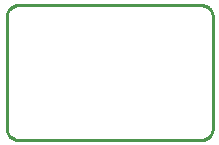
<source format=gko>
G04 EAGLE Gerber X2 export*
%TF.Part,Single*%
%TF.FileFunction,Other,Board Outline*%
%TF.FilePolarity,Positive*%
%TF.GenerationSoftware,Autodesk,EAGLE,9.6.2*%
%TF.CreationDate,2024-01-02T09:51:12Z*%
G75*
%MOMM*%
%FSLAX34Y34*%
%LPD*%
%INBoard Outline*%
%AMOC8*
5,1,8,0,0,1.08239X$1,22.5*%
G01*
%ADD10C,0.000000*%
%ADD11C,0.254000*%


D10*
X164500Y114200D02*
X10000Y114200D01*
X9758Y114197D01*
X9517Y114188D01*
X9276Y114174D01*
X9035Y114153D01*
X8795Y114127D01*
X8555Y114095D01*
X8316Y114057D01*
X8079Y114014D01*
X7842Y113964D01*
X7607Y113909D01*
X7373Y113849D01*
X7141Y113782D01*
X6910Y113711D01*
X6681Y113633D01*
X6454Y113550D01*
X6229Y113462D01*
X6006Y113368D01*
X5786Y113269D01*
X5568Y113164D01*
X5353Y113055D01*
X5140Y112940D01*
X4930Y112820D01*
X4724Y112695D01*
X4520Y112565D01*
X4319Y112430D01*
X4122Y112290D01*
X3928Y112146D01*
X3738Y111997D01*
X3552Y111843D01*
X3369Y111685D01*
X3190Y111523D01*
X3015Y111356D01*
X2844Y111185D01*
X2677Y111010D01*
X2515Y110831D01*
X2357Y110648D01*
X2203Y110462D01*
X2054Y110272D01*
X1910Y110078D01*
X1770Y109881D01*
X1635Y109680D01*
X1505Y109476D01*
X1380Y109270D01*
X1260Y109060D01*
X1145Y108847D01*
X1036Y108632D01*
X931Y108414D01*
X832Y108194D01*
X738Y107971D01*
X650Y107746D01*
X567Y107519D01*
X489Y107290D01*
X418Y107059D01*
X351Y106827D01*
X291Y106593D01*
X236Y106358D01*
X186Y106121D01*
X143Y105884D01*
X105Y105645D01*
X73Y105405D01*
X47Y105165D01*
X26Y104924D01*
X12Y104683D01*
X3Y104442D01*
X0Y104200D01*
X0Y10000D01*
X3Y9758D01*
X12Y9517D01*
X26Y9276D01*
X47Y9035D01*
X73Y8795D01*
X105Y8555D01*
X143Y8316D01*
X186Y8079D01*
X236Y7842D01*
X291Y7607D01*
X351Y7373D01*
X418Y7141D01*
X489Y6910D01*
X567Y6681D01*
X650Y6454D01*
X738Y6229D01*
X832Y6006D01*
X931Y5786D01*
X1036Y5568D01*
X1145Y5353D01*
X1260Y5140D01*
X1380Y4930D01*
X1505Y4724D01*
X1635Y4520D01*
X1770Y4319D01*
X1910Y4122D01*
X2054Y3928D01*
X2203Y3738D01*
X2357Y3552D01*
X2515Y3369D01*
X2677Y3190D01*
X2844Y3015D01*
X3015Y2844D01*
X3190Y2677D01*
X3369Y2515D01*
X3552Y2357D01*
X3738Y2203D01*
X3928Y2054D01*
X4122Y1910D01*
X4319Y1770D01*
X4520Y1635D01*
X4724Y1505D01*
X4930Y1380D01*
X5140Y1260D01*
X5353Y1145D01*
X5568Y1036D01*
X5786Y931D01*
X6006Y832D01*
X6229Y738D01*
X6454Y650D01*
X6681Y567D01*
X6910Y489D01*
X7141Y418D01*
X7373Y351D01*
X7607Y291D01*
X7842Y236D01*
X8079Y186D01*
X8316Y143D01*
X8555Y105D01*
X8795Y73D01*
X9035Y47D01*
X9276Y26D01*
X9517Y12D01*
X9758Y3D01*
X10000Y0D01*
X164500Y0D01*
X164742Y3D01*
X164983Y12D01*
X165224Y26D01*
X165465Y47D01*
X165705Y73D01*
X165945Y105D01*
X166184Y143D01*
X166421Y186D01*
X166658Y236D01*
X166893Y291D01*
X167127Y351D01*
X167359Y418D01*
X167590Y489D01*
X167819Y567D01*
X168046Y650D01*
X168271Y738D01*
X168494Y832D01*
X168714Y931D01*
X168932Y1036D01*
X169147Y1145D01*
X169360Y1260D01*
X169570Y1380D01*
X169776Y1505D01*
X169980Y1635D01*
X170181Y1770D01*
X170378Y1910D01*
X170572Y2054D01*
X170762Y2203D01*
X170948Y2357D01*
X171131Y2515D01*
X171310Y2677D01*
X171485Y2844D01*
X171656Y3015D01*
X171823Y3190D01*
X171985Y3369D01*
X172143Y3552D01*
X172297Y3738D01*
X172446Y3928D01*
X172590Y4122D01*
X172730Y4319D01*
X172865Y4520D01*
X172995Y4724D01*
X173120Y4930D01*
X173240Y5140D01*
X173355Y5353D01*
X173464Y5568D01*
X173569Y5786D01*
X173668Y6006D01*
X173762Y6229D01*
X173850Y6454D01*
X173933Y6681D01*
X174011Y6910D01*
X174082Y7141D01*
X174149Y7373D01*
X174209Y7607D01*
X174264Y7842D01*
X174314Y8079D01*
X174357Y8316D01*
X174395Y8555D01*
X174427Y8795D01*
X174453Y9035D01*
X174474Y9276D01*
X174488Y9517D01*
X174497Y9758D01*
X174500Y10000D01*
X174500Y104200D01*
X174497Y104442D01*
X174488Y104683D01*
X174474Y104924D01*
X174453Y105165D01*
X174427Y105405D01*
X174395Y105645D01*
X174357Y105884D01*
X174314Y106121D01*
X174264Y106358D01*
X174209Y106593D01*
X174149Y106827D01*
X174082Y107059D01*
X174011Y107290D01*
X173933Y107519D01*
X173850Y107746D01*
X173762Y107971D01*
X173668Y108194D01*
X173569Y108414D01*
X173464Y108632D01*
X173355Y108847D01*
X173240Y109060D01*
X173120Y109270D01*
X172995Y109476D01*
X172865Y109680D01*
X172730Y109881D01*
X172590Y110078D01*
X172446Y110272D01*
X172297Y110462D01*
X172143Y110648D01*
X171985Y110831D01*
X171823Y111010D01*
X171656Y111185D01*
X171485Y111356D01*
X171310Y111523D01*
X171131Y111685D01*
X170948Y111843D01*
X170762Y111997D01*
X170572Y112146D01*
X170378Y112290D01*
X170181Y112430D01*
X169980Y112565D01*
X169776Y112695D01*
X169570Y112820D01*
X169360Y112940D01*
X169147Y113055D01*
X168932Y113164D01*
X168714Y113269D01*
X168494Y113368D01*
X168271Y113462D01*
X168046Y113550D01*
X167819Y113633D01*
X167590Y113711D01*
X167359Y113782D01*
X167127Y113849D01*
X166893Y113909D01*
X166658Y113964D01*
X166421Y114014D01*
X166184Y114057D01*
X165945Y114095D01*
X165705Y114127D01*
X165465Y114153D01*
X165224Y114174D01*
X164983Y114188D01*
X164742Y114197D01*
X164500Y114200D01*
D11*
X0Y10000D02*
X38Y9128D01*
X152Y8264D01*
X341Y7412D01*
X603Y6580D01*
X937Y5774D01*
X1340Y5000D01*
X1808Y4264D01*
X2340Y3572D01*
X2929Y2929D01*
X3572Y2340D01*
X4264Y1808D01*
X5000Y1340D01*
X5774Y937D01*
X6580Y603D01*
X7412Y341D01*
X8264Y152D01*
X9128Y38D01*
X10000Y0D01*
X164500Y0D01*
X165372Y38D01*
X166236Y152D01*
X167088Y341D01*
X167920Y603D01*
X168726Y937D01*
X169500Y1340D01*
X170236Y1808D01*
X170928Y2340D01*
X171571Y2929D01*
X172160Y3572D01*
X172692Y4264D01*
X173160Y5000D01*
X173563Y5774D01*
X173897Y6580D01*
X174159Y7412D01*
X174348Y8264D01*
X174462Y9128D01*
X174500Y10000D01*
X174500Y104200D01*
X174462Y105072D01*
X174348Y105936D01*
X174159Y106788D01*
X173897Y107620D01*
X173563Y108426D01*
X173160Y109200D01*
X172692Y109936D01*
X172160Y110628D01*
X171571Y111271D01*
X170928Y111860D01*
X170236Y112392D01*
X169500Y112860D01*
X168726Y113263D01*
X167920Y113597D01*
X167088Y113859D01*
X166236Y114048D01*
X165372Y114162D01*
X164500Y114200D01*
X10000Y114200D01*
X9128Y114162D01*
X8264Y114048D01*
X7412Y113859D01*
X6580Y113597D01*
X5774Y113263D01*
X5000Y112860D01*
X4264Y112392D01*
X3572Y111860D01*
X2929Y111271D01*
X2340Y110628D01*
X1808Y109936D01*
X1340Y109200D01*
X937Y108426D01*
X603Y107620D01*
X341Y106788D01*
X152Y105936D01*
X38Y105072D01*
X0Y104200D01*
X0Y10000D01*
M02*

</source>
